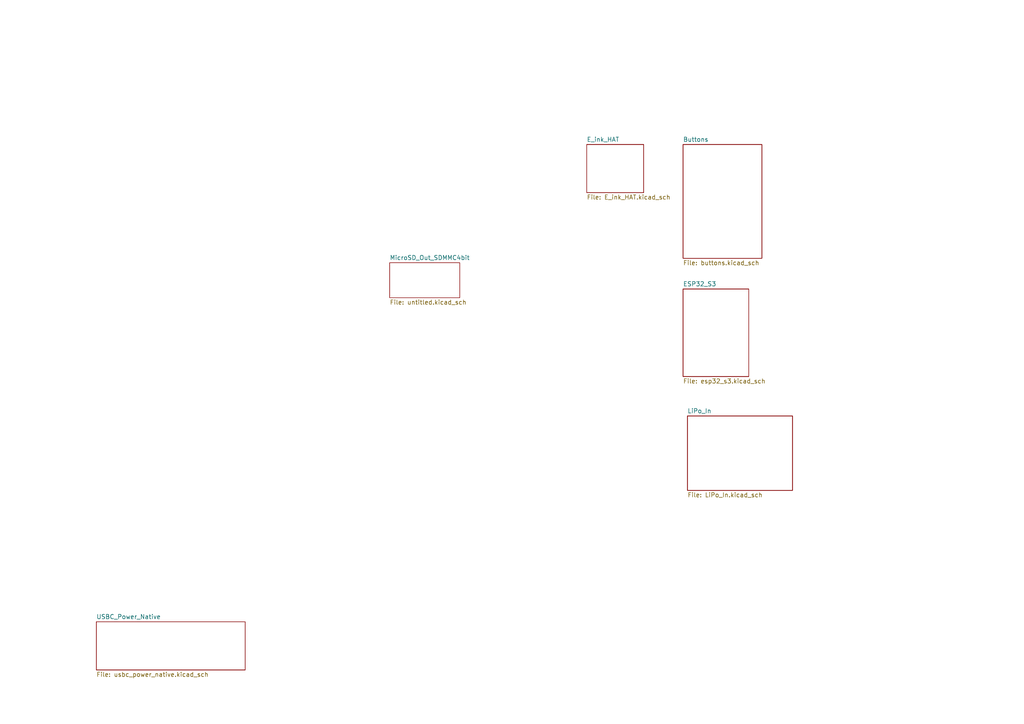
<source format=kicad_sch>
(kicad_sch
	(version 20250114)
	(generator "eeschema")
	(generator_version "9.0")
	(uuid "2fbd4c8f-b784-4d80-b374-4947df99a9bf")
	(paper "A4")
	(lib_symbols)
	(sheet
		(at 199.39 120.65)
		(size 30.48 21.59)
		(exclude_from_sim no)
		(in_bom yes)
		(on_board yes)
		(dnp no)
		(fields_autoplaced yes)
		(stroke
			(width 0.1524)
			(type solid)
		)
		(fill
			(color 0 0 0 0.0000)
		)
		(uuid "09cb559b-edfe-4b7a-bf48-944d2ba9ecd0")
		(property "Sheetname" "LiPo_In"
			(at 199.39 119.9384 0)
			(effects
				(font
					(size 1.27 1.27)
				)
				(justify left bottom)
			)
		)
		(property "Sheetfile" "LiPo_In.kicad_sch"
			(at 199.39 142.8246 0)
			(effects
				(font
					(size 1.27 1.27)
				)
				(justify left top)
			)
		)
		(instances
			(project "EPD_HUB_ESP32"
				(path "/2fbd4c8f-b784-4d80-b374-4947df99a9bf"
					(page "7")
				)
			)
		)
	)
	(sheet
		(at 27.94 180.34)
		(size 43.18 13.97)
		(exclude_from_sim no)
		(in_bom yes)
		(on_board yes)
		(dnp no)
		(fields_autoplaced yes)
		(stroke
			(width 0.1524)
			(type solid)
		)
		(fill
			(color 0 0 0 0.0000)
		)
		(uuid "0bd409ce-8539-44c5-aa70-7b6f6cef2a87")
		(property "Sheetname" "USBC_Power_Native"
			(at 27.94 179.6284 0)
			(effects
				(font
					(size 1.27 1.27)
				)
				(justify left bottom)
			)
		)
		(property "Sheetfile" "usbc_power_native.kicad_sch"
			(at 27.94 194.8946 0)
			(effects
				(font
					(size 1.27 1.27)
				)
				(justify left top)
			)
		)
		(instances
			(project "EPD_HUB_ESP32"
				(path "/2fbd4c8f-b784-4d80-b374-4947df99a9bf"
					(page "11")
				)
			)
		)
	)
	(sheet
		(at 170.18 41.91)
		(size 16.51 13.97)
		(exclude_from_sim no)
		(in_bom yes)
		(on_board yes)
		(dnp no)
		(fields_autoplaced yes)
		(stroke
			(width 0.1524)
			(type solid)
		)
		(fill
			(color 0 0 0 0.0000)
		)
		(uuid "7323d124-70dc-4a99-bac5-bfbfb15521e9")
		(property "Sheetname" "E_ink_HAT"
			(at 170.18 41.1984 0)
			(effects
				(font
					(size 1.27 1.27)
				)
				(justify left bottom)
			)
		)
		(property "Sheetfile" "E_ink_HAT.kicad_sch"
			(at 170.18 56.4646 0)
			(effects
				(font
					(size 1.27 1.27)
				)
				(justify left top)
			)
		)
		(instances
			(project "EPD_HUB_ESP32"
				(path "/2fbd4c8f-b784-4d80-b374-4947df99a9bf"
					(page "4")
				)
			)
		)
	)
	(sheet
		(at 198.12 83.82)
		(size 19.05 25.4)
		(exclude_from_sim no)
		(in_bom yes)
		(on_board yes)
		(dnp no)
		(fields_autoplaced yes)
		(stroke
			(width 0.1524)
			(type solid)
		)
		(fill
			(color 0 0 0 0.0000)
		)
		(uuid "e06d8ae4-2272-4f9e-88b3-b57c78ac9ffe")
		(property "Sheetname" "ESP32_S3"
			(at 198.12 83.1084 0)
			(effects
				(font
					(size 1.27 1.27)
				)
				(justify left bottom)
			)
		)
		(property "Sheetfile" "esp32_s3.kicad_sch"
			(at 198.12 109.8046 0)
			(effects
				(font
					(size 1.27 1.27)
				)
				(justify left top)
			)
		)
		(instances
			(project "EPD_HUB_ESP32"
				(path "/2fbd4c8f-b784-4d80-b374-4947df99a9bf"
					(page "10")
				)
			)
		)
	)
	(sheet
		(at 198.12 41.91)
		(size 22.86 33.02)
		(exclude_from_sim no)
		(in_bom yes)
		(on_board yes)
		(dnp no)
		(fields_autoplaced yes)
		(stroke
			(width 0.1524)
			(type solid)
		)
		(fill
			(color 0 0 0 0.0000)
		)
		(uuid "e3052edb-0e0f-4e9a-aa1b-2864bfc9e4c1")
		(property "Sheetname" "Buttons"
			(at 198.12 41.1984 0)
			(effects
				(font
					(size 1.27 1.27)
				)
				(justify left bottom)
			)
		)
		(property "Sheetfile" "buttons.kicad_sch"
			(at 198.12 75.5146 0)
			(effects
				(font
					(size 1.27 1.27)
				)
				(justify left top)
			)
		)
		(instances
			(project "EPD_HUB_ESP32"
				(path "/2fbd4c8f-b784-4d80-b374-4947df99a9bf"
					(page "8")
				)
			)
		)
	)
	(sheet
		(at 113.03 76.2)
		(size 20.32 10.16)
		(exclude_from_sim no)
		(in_bom yes)
		(on_board yes)
		(dnp no)
		(fields_autoplaced yes)
		(stroke
			(width 0.1524)
			(type solid)
		)
		(fill
			(color 0 0 0 0.0000)
		)
		(uuid "ee7c40ad-5eef-4662-b283-9591c84f8044")
		(property "Sheetname" "MicroSD_Out_SDMMC4bit"
			(at 113.03 75.4884 0)
			(effects
				(font
					(size 1.27 1.27)
				)
				(justify left bottom)
			)
		)
		(property "Sheetfile" "untitled.kicad_sch"
			(at 113.03 86.9446 0)
			(effects
				(font
					(size 1.27 1.27)
				)
				(justify left top)
			)
		)
		(instances
			(project "EPD_HUB_ESP32"
				(path "/2fbd4c8f-b784-4d80-b374-4947df99a9bf"
					(page "12")
				)
			)
		)
	)
	(sheet_instances
		(path "/"
			(page "1")
		)
	)
	(embedded_fonts no)
)

</source>
